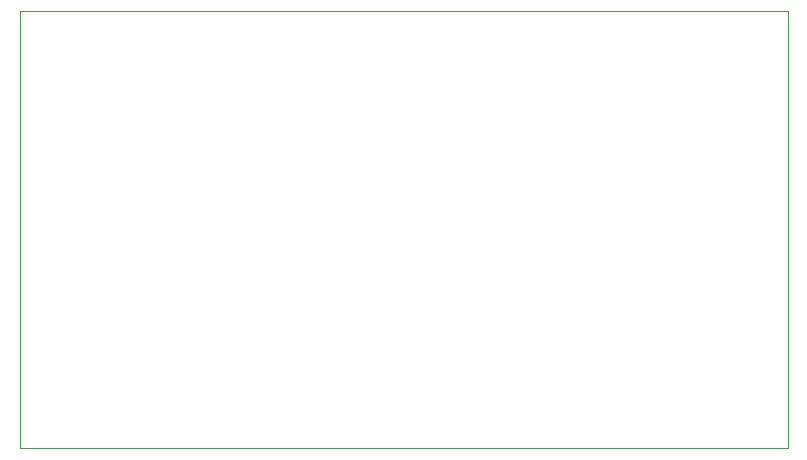
<source format=gbr>
%TF.GenerationSoftware,KiCad,Pcbnew,(6.0.9)*%
%TF.CreationDate,2023-02-09T17:36:23+01:00*%
%TF.ProjectId,piTelex_TW39_2.1.0,70695465-6c65-4785-9f54-5733395f322e,V2.1.0 -JK-*%
%TF.SameCoordinates,Original*%
%TF.FileFunction,Profile,NP*%
%FSLAX46Y46*%
G04 Gerber Fmt 4.6, Leading zero omitted, Abs format (unit mm)*
G04 Created by KiCad (PCBNEW (6.0.9)) date 2023-02-09 17:36:23*
%MOMM*%
%LPD*%
G01*
G04 APERTURE LIST*
%TA.AperFunction,Profile*%
%ADD10C,0.100000*%
%TD*%
G04 APERTURE END LIST*
D10*
X100000000Y-93000000D02*
X165000000Y-93000000D01*
X165000000Y-93000000D02*
X165000000Y-130000000D01*
X165000000Y-130000000D02*
X100000000Y-130000000D01*
X100000000Y-130000000D02*
X100000000Y-93000000D01*
M02*

</source>
